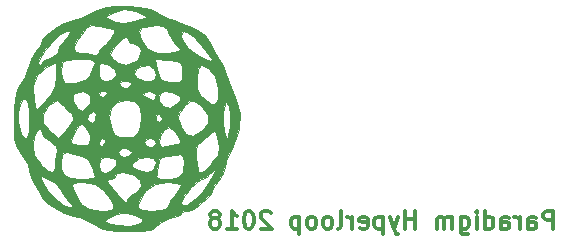
<source format=gbo>
G04 #@! TF.FileFunction,Legend,Bot*
%FSLAX46Y46*%
G04 Gerber Fmt 4.6, Leading zero omitted, Abs format (unit mm)*
G04 Created by KiCad (PCBNEW 4.0.7) date 07/22/18 16:04:11*
%MOMM*%
%LPD*%
G01*
G04 APERTURE LIST*
%ADD10C,0.100000*%
%ADD11C,0.300000*%
%ADD12C,0.010000*%
G04 APERTURE END LIST*
D10*
D11*
X166349999Y-126628571D02*
X166349999Y-125128571D01*
X165778571Y-125128571D01*
X165635713Y-125200000D01*
X165564285Y-125271429D01*
X165492856Y-125414286D01*
X165492856Y-125628571D01*
X165564285Y-125771429D01*
X165635713Y-125842857D01*
X165778571Y-125914286D01*
X166349999Y-125914286D01*
X164207142Y-126628571D02*
X164207142Y-125842857D01*
X164278571Y-125700000D01*
X164421428Y-125628571D01*
X164707142Y-125628571D01*
X164849999Y-125700000D01*
X164207142Y-126557143D02*
X164349999Y-126628571D01*
X164707142Y-126628571D01*
X164849999Y-126557143D01*
X164921428Y-126414286D01*
X164921428Y-126271429D01*
X164849999Y-126128571D01*
X164707142Y-126057143D01*
X164349999Y-126057143D01*
X164207142Y-125985714D01*
X163492856Y-126628571D02*
X163492856Y-125628571D01*
X163492856Y-125914286D02*
X163421428Y-125771429D01*
X163349999Y-125700000D01*
X163207142Y-125628571D01*
X163064285Y-125628571D01*
X161921428Y-126628571D02*
X161921428Y-125842857D01*
X161992857Y-125700000D01*
X162135714Y-125628571D01*
X162421428Y-125628571D01*
X162564285Y-125700000D01*
X161921428Y-126557143D02*
X162064285Y-126628571D01*
X162421428Y-126628571D01*
X162564285Y-126557143D01*
X162635714Y-126414286D01*
X162635714Y-126271429D01*
X162564285Y-126128571D01*
X162421428Y-126057143D01*
X162064285Y-126057143D01*
X161921428Y-125985714D01*
X160564285Y-126628571D02*
X160564285Y-125128571D01*
X160564285Y-126557143D02*
X160707142Y-126628571D01*
X160992856Y-126628571D01*
X161135714Y-126557143D01*
X161207142Y-126485714D01*
X161278571Y-126342857D01*
X161278571Y-125914286D01*
X161207142Y-125771429D01*
X161135714Y-125700000D01*
X160992856Y-125628571D01*
X160707142Y-125628571D01*
X160564285Y-125700000D01*
X159849999Y-126628571D02*
X159849999Y-125628571D01*
X159849999Y-125128571D02*
X159921428Y-125200000D01*
X159849999Y-125271429D01*
X159778571Y-125200000D01*
X159849999Y-125128571D01*
X159849999Y-125271429D01*
X158492856Y-125628571D02*
X158492856Y-126842857D01*
X158564285Y-126985714D01*
X158635713Y-127057143D01*
X158778570Y-127128571D01*
X158992856Y-127128571D01*
X159135713Y-127057143D01*
X158492856Y-126557143D02*
X158635713Y-126628571D01*
X158921427Y-126628571D01*
X159064285Y-126557143D01*
X159135713Y-126485714D01*
X159207142Y-126342857D01*
X159207142Y-125914286D01*
X159135713Y-125771429D01*
X159064285Y-125700000D01*
X158921427Y-125628571D01*
X158635713Y-125628571D01*
X158492856Y-125700000D01*
X157778570Y-126628571D02*
X157778570Y-125628571D01*
X157778570Y-125771429D02*
X157707142Y-125700000D01*
X157564284Y-125628571D01*
X157349999Y-125628571D01*
X157207142Y-125700000D01*
X157135713Y-125842857D01*
X157135713Y-126628571D01*
X157135713Y-125842857D02*
X157064284Y-125700000D01*
X156921427Y-125628571D01*
X156707142Y-125628571D01*
X156564284Y-125700000D01*
X156492856Y-125842857D01*
X156492856Y-126628571D01*
X154635713Y-126628571D02*
X154635713Y-125128571D01*
X154635713Y-125842857D02*
X153778570Y-125842857D01*
X153778570Y-126628571D02*
X153778570Y-125128571D01*
X153207141Y-125628571D02*
X152849998Y-126628571D01*
X152492856Y-125628571D02*
X152849998Y-126628571D01*
X152992856Y-126985714D01*
X153064284Y-127057143D01*
X153207141Y-127128571D01*
X151921427Y-125628571D02*
X151921427Y-127128571D01*
X151921427Y-125700000D02*
X151778570Y-125628571D01*
X151492856Y-125628571D01*
X151349999Y-125700000D01*
X151278570Y-125771429D01*
X151207141Y-125914286D01*
X151207141Y-126342857D01*
X151278570Y-126485714D01*
X151349999Y-126557143D01*
X151492856Y-126628571D01*
X151778570Y-126628571D01*
X151921427Y-126557143D01*
X149992856Y-126557143D02*
X150135713Y-126628571D01*
X150421427Y-126628571D01*
X150564284Y-126557143D01*
X150635713Y-126414286D01*
X150635713Y-125842857D01*
X150564284Y-125700000D01*
X150421427Y-125628571D01*
X150135713Y-125628571D01*
X149992856Y-125700000D01*
X149921427Y-125842857D01*
X149921427Y-125985714D01*
X150635713Y-126128571D01*
X149278570Y-126628571D02*
X149278570Y-125628571D01*
X149278570Y-125914286D02*
X149207142Y-125771429D01*
X149135713Y-125700000D01*
X148992856Y-125628571D01*
X148849999Y-125628571D01*
X148135713Y-126628571D02*
X148278571Y-126557143D01*
X148349999Y-126414286D01*
X148349999Y-125128571D01*
X147349999Y-126628571D02*
X147492857Y-126557143D01*
X147564285Y-126485714D01*
X147635714Y-126342857D01*
X147635714Y-125914286D01*
X147564285Y-125771429D01*
X147492857Y-125700000D01*
X147349999Y-125628571D01*
X147135714Y-125628571D01*
X146992857Y-125700000D01*
X146921428Y-125771429D01*
X146849999Y-125914286D01*
X146849999Y-126342857D01*
X146921428Y-126485714D01*
X146992857Y-126557143D01*
X147135714Y-126628571D01*
X147349999Y-126628571D01*
X145992856Y-126628571D02*
X146135714Y-126557143D01*
X146207142Y-126485714D01*
X146278571Y-126342857D01*
X146278571Y-125914286D01*
X146207142Y-125771429D01*
X146135714Y-125700000D01*
X145992856Y-125628571D01*
X145778571Y-125628571D01*
X145635714Y-125700000D01*
X145564285Y-125771429D01*
X145492856Y-125914286D01*
X145492856Y-126342857D01*
X145564285Y-126485714D01*
X145635714Y-126557143D01*
X145778571Y-126628571D01*
X145992856Y-126628571D01*
X144849999Y-125628571D02*
X144849999Y-127128571D01*
X144849999Y-125700000D02*
X144707142Y-125628571D01*
X144421428Y-125628571D01*
X144278571Y-125700000D01*
X144207142Y-125771429D01*
X144135713Y-125914286D01*
X144135713Y-126342857D01*
X144207142Y-126485714D01*
X144278571Y-126557143D01*
X144421428Y-126628571D01*
X144707142Y-126628571D01*
X144849999Y-126557143D01*
X142421428Y-125271429D02*
X142349999Y-125200000D01*
X142207142Y-125128571D01*
X141849999Y-125128571D01*
X141707142Y-125200000D01*
X141635713Y-125271429D01*
X141564285Y-125414286D01*
X141564285Y-125557143D01*
X141635713Y-125771429D01*
X142492856Y-126628571D01*
X141564285Y-126628571D01*
X140635714Y-125128571D02*
X140492857Y-125128571D01*
X140350000Y-125200000D01*
X140278571Y-125271429D01*
X140207142Y-125414286D01*
X140135714Y-125700000D01*
X140135714Y-126057143D01*
X140207142Y-126342857D01*
X140278571Y-126485714D01*
X140350000Y-126557143D01*
X140492857Y-126628571D01*
X140635714Y-126628571D01*
X140778571Y-126557143D01*
X140850000Y-126485714D01*
X140921428Y-126342857D01*
X140992857Y-126057143D01*
X140992857Y-125700000D01*
X140921428Y-125414286D01*
X140850000Y-125271429D01*
X140778571Y-125200000D01*
X140635714Y-125128571D01*
X138707143Y-126628571D02*
X139564286Y-126628571D01*
X139135714Y-126628571D02*
X139135714Y-125128571D01*
X139278571Y-125342857D01*
X139421429Y-125485714D01*
X139564286Y-125557143D01*
X137850000Y-125771429D02*
X137992858Y-125700000D01*
X138064286Y-125628571D01*
X138135715Y-125485714D01*
X138135715Y-125414286D01*
X138064286Y-125271429D01*
X137992858Y-125200000D01*
X137850000Y-125128571D01*
X137564286Y-125128571D01*
X137421429Y-125200000D01*
X137350000Y-125271429D01*
X137278572Y-125414286D01*
X137278572Y-125485714D01*
X137350000Y-125628571D01*
X137421429Y-125700000D01*
X137564286Y-125771429D01*
X137850000Y-125771429D01*
X137992858Y-125842857D01*
X138064286Y-125914286D01*
X138135715Y-126057143D01*
X138135715Y-126342857D01*
X138064286Y-126485714D01*
X137992858Y-126557143D01*
X137850000Y-126628571D01*
X137564286Y-126628571D01*
X137421429Y-126557143D01*
X137350000Y-126485714D01*
X137278572Y-126342857D01*
X137278572Y-126057143D01*
X137350000Y-125914286D01*
X137421429Y-125842857D01*
X137564286Y-125771429D01*
D12*
G36*
X131470870Y-126819766D02*
X132163557Y-126737824D01*
X132551578Y-126574270D01*
X132709360Y-126388549D01*
X133130496Y-126033729D01*
X133817193Y-125775996D01*
X133891742Y-125760733D01*
X134505795Y-125585781D01*
X134812363Y-125381361D01*
X134820263Y-125348928D01*
X135047843Y-125165804D01*
X135444488Y-125111316D01*
X135936615Y-124935051D01*
X136553255Y-124506468D01*
X137119394Y-123975882D01*
X137460020Y-123493609D01*
X137493947Y-123351066D01*
X137643195Y-123050256D01*
X138004796Y-122541117D01*
X138028684Y-122510588D01*
X138407079Y-121895734D01*
X138563421Y-121377414D01*
X138679547Y-120893734D01*
X138977454Y-120142063D01*
X139230723Y-119608734D01*
X139768563Y-118182264D01*
X139833706Y-116853522D01*
X139426227Y-115470375D01*
X139232961Y-115063471D01*
X138858227Y-114250277D01*
X138615618Y-113580750D01*
X138564540Y-113316320D01*
X138407084Y-112802016D01*
X138065463Y-112246846D01*
X137630290Y-111569367D01*
X137381230Y-111014578D01*
X136885157Y-110273161D01*
X135926245Y-109620222D01*
X134574767Y-109102566D01*
X134464317Y-109071799D01*
X133622650Y-108785765D01*
X132960703Y-108461236D01*
X132770763Y-108318357D01*
X132209091Y-108051272D01*
X131175848Y-107871556D01*
X130453024Y-107815823D01*
X129328631Y-107789856D01*
X128504294Y-107880925D01*
X127750849Y-108129463D01*
X127200263Y-108389715D01*
X126523245Y-108702656D01*
X128374114Y-108702656D01*
X128990346Y-108360671D01*
X130013845Y-108039393D01*
X131044038Y-108239547D01*
X131336217Y-108384183D01*
X131996381Y-108749680D01*
X130890446Y-109047478D01*
X129969201Y-109209966D01*
X129258284Y-109097568D01*
X129079312Y-109023966D01*
X128374114Y-108702656D01*
X126523245Y-108702656D01*
X126387028Y-108765620D01*
X125723939Y-109011608D01*
X125457591Y-109066766D01*
X124957333Y-109218738D01*
X124298585Y-109590148D01*
X123651153Y-110060827D01*
X123184844Y-110510604D01*
X123056052Y-110766329D01*
X122887014Y-111205040D01*
X122566719Y-111632564D01*
X122166952Y-112270673D01*
X122043484Y-112631212D01*
X122706448Y-112631212D01*
X122901562Y-112161256D01*
X123327157Y-111512769D01*
X123920506Y-110796022D01*
X124000172Y-110710482D01*
X124598142Y-110175460D01*
X125110228Y-109883055D01*
X125419866Y-109888615D01*
X125462368Y-110016180D01*
X125299388Y-110295002D01*
X124927631Y-110735016D01*
X124538065Y-111262611D01*
X124525570Y-111296345D01*
X125771968Y-111296345D01*
X126049210Y-110659004D01*
X126331315Y-110214748D01*
X126768490Y-109645332D01*
X127189076Y-109431812D01*
X127838872Y-109468096D01*
X128002368Y-109493485D01*
X128685077Y-109611650D01*
X129088573Y-109697989D01*
X129128079Y-109713010D01*
X129149795Y-109980569D01*
X131257436Y-109980569D01*
X131491365Y-109597743D01*
X131707587Y-109521482D01*
X132682582Y-109379903D01*
X133281298Y-109448064D01*
X133631578Y-109757360D01*
X133758445Y-110025136D01*
X133908372Y-110308551D01*
X134820263Y-110308551D01*
X134955724Y-109918618D01*
X135339523Y-109967773D01*
X135937782Y-110440905D01*
X136501539Y-111058554D01*
X137133396Y-111837816D01*
X137421584Y-112276598D01*
X137382187Y-112430049D01*
X137031288Y-112353316D01*
X136860991Y-112291115D01*
X136136856Y-111890603D01*
X135454405Y-111315978D01*
X134966945Y-110716181D01*
X134820263Y-110308551D01*
X133908372Y-110308551D01*
X134130070Y-110727638D01*
X134470659Y-111161451D01*
X134704464Y-111440478D01*
X134617469Y-111596362D01*
X134123527Y-111697289D01*
X133734358Y-111744215D01*
X132899313Y-111779976D01*
X132351234Y-111609454D01*
X131984475Y-111304004D01*
X131426083Y-110576863D01*
X131257436Y-109980569D01*
X129149795Y-109980569D01*
X129153929Y-110031494D01*
X128935384Y-110516107D01*
X128594968Y-110943984D01*
X128374553Y-111083636D01*
X127956339Y-111397129D01*
X127868684Y-111655833D01*
X127702274Y-111941677D01*
X127445764Y-111905184D01*
X126841701Y-111774604D01*
X126376290Y-111742895D01*
X125880477Y-111640052D01*
X125771968Y-111296345D01*
X124525570Y-111296345D01*
X124392894Y-111654532D01*
X124166393Y-111969259D01*
X128848483Y-111969259D01*
X128866713Y-111656498D01*
X129198756Y-111196832D01*
X129397901Y-110966248D01*
X129891419Y-110466323D01*
X130154304Y-110383739D01*
X130227762Y-110528413D01*
X130528338Y-110877635D01*
X130798157Y-110940789D01*
X131267798Y-111137117D01*
X131433943Y-111597863D01*
X131271126Y-112130668D01*
X131159207Y-112244453D01*
X132631540Y-112244453D01*
X133792744Y-112327884D01*
X134515106Y-112405128D01*
X134851141Y-112584655D01*
X134948557Y-112996116D01*
X134953947Y-113347105D01*
X134918711Y-113968762D01*
X134892837Y-113997320D01*
X136157105Y-113997320D01*
X136244492Y-113158288D01*
X136515903Y-112811664D01*
X136985213Y-112942914D01*
X137092894Y-113016989D01*
X137678331Y-113740400D01*
X137976188Y-114712577D01*
X137921948Y-115696292D01*
X137867046Y-115863539D01*
X137702923Y-116105701D01*
X137407157Y-116045039D01*
X136931256Y-115733516D01*
X136426508Y-115281894D01*
X136203115Y-114740621D01*
X136157105Y-113997320D01*
X134892837Y-113997320D01*
X134704497Y-114205191D01*
X134148545Y-114203087D01*
X134018157Y-114190530D01*
X133370998Y-114126883D01*
X133068872Y-114003083D01*
X132931442Y-113659327D01*
X132821345Y-113129990D01*
X132631540Y-112244453D01*
X131159207Y-112244453D01*
X130993107Y-112413320D01*
X130179398Y-112779100D01*
X129478080Y-112632763D01*
X129105129Y-112314414D01*
X128848483Y-111969259D01*
X124166393Y-111969259D01*
X124165184Y-111970938D01*
X123724473Y-112167838D01*
X123223956Y-112374271D01*
X123056052Y-112573985D01*
X122853965Y-112807715D01*
X122804539Y-112812368D01*
X122706448Y-112631212D01*
X122043484Y-112631212D01*
X121897374Y-113057864D01*
X121642750Y-113777326D01*
X121273971Y-114281626D01*
X121256916Y-114294613D01*
X121072501Y-114534528D01*
X122313159Y-114534528D01*
X122669991Y-113590308D01*
X123405827Y-112977998D01*
X123966714Y-112700033D01*
X124250633Y-112556627D01*
X124259210Y-112551610D01*
X124259210Y-113302324D01*
X124664613Y-113302324D01*
X124721727Y-112715753D01*
X124838508Y-112455877D01*
X125189487Y-112352325D01*
X125883765Y-112288028D01*
X126337640Y-112277631D01*
X127115813Y-112300912D01*
X127469751Y-112401050D01*
X127509031Y-112623487D01*
X127465903Y-112745526D01*
X127244886Y-113347105D01*
X127868684Y-113347105D01*
X127890889Y-112763425D01*
X128059677Y-112581625D01*
X128528302Y-112707855D01*
X128765874Y-112797693D01*
X129243943Y-113174880D01*
X129290848Y-113528050D01*
X130867108Y-113528050D01*
X131051505Y-113114818D01*
X131400508Y-112890760D01*
X132093343Y-112777758D01*
X132551616Y-113108758D01*
X132681315Y-113664152D01*
X132582801Y-114017852D01*
X132190265Y-114121065D01*
X131814558Y-114099308D01*
X131134730Y-113894949D01*
X130867108Y-113528050D01*
X129290848Y-113528050D01*
X129307047Y-113650012D01*
X128991521Y-114034196D01*
X128505921Y-114149210D01*
X128048869Y-114056140D01*
X127882366Y-113671318D01*
X127868684Y-113347105D01*
X127244886Y-113347105D01*
X127226859Y-113396171D01*
X127146917Y-113650067D01*
X126827900Y-113953576D01*
X126203145Y-114202318D01*
X125852110Y-114268623D01*
X129578866Y-114268623D01*
X129808632Y-114160379D01*
X130153139Y-114149210D01*
X130607254Y-114207534D01*
X130658984Y-114347971D01*
X130656882Y-114349737D01*
X130290714Y-114717685D01*
X130254509Y-114763445D01*
X129985556Y-114766292D01*
X129750766Y-114562919D01*
X129578866Y-114268623D01*
X125852110Y-114268623D01*
X125501604Y-114334828D01*
X124952236Y-114289639D01*
X124885867Y-114257083D01*
X124721706Y-113906605D01*
X124664613Y-113302324D01*
X124259210Y-113302324D01*
X124259210Y-113701998D01*
X124171214Y-114574616D01*
X123825550Y-115246562D01*
X123748944Y-115331577D01*
X125642533Y-115331577D01*
X125811598Y-115123382D01*
X126559202Y-114983270D01*
X126991757Y-115218684D01*
X127868684Y-115218684D01*
X128086311Y-114984038D01*
X128285516Y-114951316D01*
X128562257Y-115080934D01*
X128537105Y-115218684D01*
X128424837Y-115303150D01*
X131646054Y-115303150D01*
X131740999Y-115038138D01*
X132146578Y-114951316D01*
X132582065Y-115118494D01*
X132681315Y-115352368D01*
X132646232Y-115588553D01*
X132948684Y-115588553D01*
X133039455Y-115126218D01*
X133384308Y-114972332D01*
X134092055Y-115086736D01*
X134218684Y-115119834D01*
X134729787Y-115363127D01*
X134736704Y-115725816D01*
X134423913Y-116111575D01*
X133857832Y-116398539D01*
X133312105Y-116280806D01*
X132979300Y-115826648D01*
X132948684Y-115588553D01*
X132646232Y-115588553D01*
X132631087Y-115690505D01*
X132366504Y-115707964D01*
X132034762Y-115591131D01*
X131646054Y-115303150D01*
X128424837Y-115303150D01*
X128195286Y-115475854D01*
X128120273Y-115486053D01*
X127875885Y-115282119D01*
X127868684Y-115218684D01*
X126991757Y-115218684D01*
X127038048Y-115243877D01*
X127140076Y-115470862D01*
X127102557Y-115994481D01*
X126814735Y-116431426D01*
X126421884Y-116641691D01*
X126076946Y-116495429D01*
X125706521Y-115847552D01*
X125642533Y-115331577D01*
X123748944Y-115331577D01*
X123411385Y-115706184D01*
X122563559Y-116554416D01*
X122387509Y-115752866D01*
X122313159Y-114534528D01*
X121072501Y-114534528D01*
X120992273Y-114638900D01*
X120819650Y-115276082D01*
X120713729Y-116312621D01*
X120693920Y-116662095D01*
X120668874Y-117557303D01*
X121048828Y-117557303D01*
X121059479Y-116765247D01*
X121197749Y-116087153D01*
X121435265Y-115663540D01*
X121737685Y-115631155D01*
X121871359Y-115961504D01*
X121961702Y-116658946D01*
X121971326Y-116929277D01*
X123115147Y-116929277D01*
X123538011Y-116292301D01*
X123657631Y-116201109D01*
X124114721Y-115889618D01*
X124312277Y-115767445D01*
X124521333Y-115919163D01*
X124965206Y-116309811D01*
X125047540Y-116385659D01*
X125567942Y-116946428D01*
X125670365Y-117387661D01*
X126837433Y-117387661D01*
X126993139Y-117047948D01*
X127073998Y-116947639D01*
X127414535Y-116715953D01*
X127591802Y-116937930D01*
X127569095Y-117272426D01*
X128711083Y-117272426D01*
X128860911Y-116457990D01*
X129399941Y-115926741D01*
X130212247Y-115753421D01*
X130888419Y-115852283D01*
X131260469Y-116232590D01*
X131352955Y-116444150D01*
X131470075Y-117208168D01*
X132681315Y-117208168D01*
X132810933Y-116931426D01*
X132948684Y-116956579D01*
X133188405Y-117275208D01*
X134587426Y-117275208D01*
X134658630Y-116807265D01*
X135055827Y-116320100D01*
X135087631Y-116288158D01*
X135570804Y-115866394D01*
X135943619Y-115819730D01*
X136412628Y-116154500D01*
X136607767Y-116334764D01*
X137129396Y-117024825D01*
X137128142Y-117563167D01*
X138374401Y-117563167D01*
X138421101Y-116673025D01*
X138432837Y-116608019D01*
X138565481Y-115989320D01*
X138670938Y-115846896D01*
X138816718Y-116130735D01*
X138874385Y-116280916D01*
X138992618Y-116978018D01*
X138963419Y-117851044D01*
X138938416Y-118018810D01*
X138751810Y-119095526D01*
X138496868Y-118345914D01*
X138374401Y-117563167D01*
X137128142Y-117563167D01*
X137127893Y-117670019D01*
X136601771Y-118338784D01*
X136563442Y-118372526D01*
X135853536Y-118771799D01*
X135262540Y-118653836D01*
X134820713Y-118025506D01*
X134799781Y-117972182D01*
X134587426Y-117275208D01*
X133188405Y-117275208D01*
X133205853Y-117298398D01*
X133216052Y-117373411D01*
X133012119Y-117617799D01*
X132948684Y-117625000D01*
X132714038Y-117407372D01*
X132681315Y-117208168D01*
X131470075Y-117208168D01*
X131480649Y-117277140D01*
X131397713Y-117981519D01*
X131162846Y-118573346D01*
X130739424Y-118835160D01*
X130241632Y-118908222D01*
X129559551Y-118895437D01*
X129173779Y-118631577D01*
X128987098Y-118294063D01*
X128711083Y-117272426D01*
X127569095Y-117272426D01*
X127555058Y-117479187D01*
X127344579Y-117732830D01*
X127083771Y-117638337D01*
X126837433Y-117387661D01*
X125670365Y-117387661D01*
X125673030Y-117399138D01*
X125364913Y-117925583D01*
X125069292Y-118259547D01*
X124408849Y-118972178D01*
X123732450Y-118384057D01*
X123181082Y-117659260D01*
X123115147Y-116929277D01*
X121971326Y-116929277D01*
X121986578Y-117357631D01*
X121934566Y-118380433D01*
X121792044Y-118953544D01*
X121579290Y-119052267D01*
X121316576Y-118651909D01*
X121194170Y-118322803D01*
X121048828Y-117557303D01*
X120668874Y-117557303D01*
X120655347Y-118040741D01*
X120720479Y-119023852D01*
X120865195Y-119560192D01*
X122276608Y-119560192D01*
X122422465Y-118761316D01*
X122650120Y-118295048D01*
X122907536Y-118167663D01*
X123052723Y-118434223D01*
X123056052Y-118515610D01*
X123269649Y-118886695D01*
X123746501Y-119240999D01*
X123790325Y-119274358D01*
X125509956Y-119274358D01*
X125639255Y-118869003D01*
X125884601Y-118386147D01*
X126184718Y-117853680D01*
X126407544Y-117746185D01*
X126718986Y-118012399D01*
X126803128Y-118102348D01*
X127139290Y-118697602D01*
X127164631Y-119150500D01*
X127018787Y-119378674D01*
X127868684Y-119378674D01*
X128008277Y-119012857D01*
X128136052Y-118961842D01*
X128395768Y-119153740D01*
X128403421Y-119213431D01*
X128356930Y-119300053D01*
X131709659Y-119300053D01*
X131797356Y-119132819D01*
X132222419Y-118959034D01*
X132593943Y-119118831D01*
X132631243Y-119223027D01*
X132948684Y-119223027D01*
X133145789Y-118582088D01*
X133416578Y-118264368D01*
X133814159Y-118065214D01*
X134163739Y-118255474D01*
X134352368Y-118465039D01*
X134701046Y-118959040D01*
X134820263Y-119258831D01*
X134608253Y-119482344D01*
X134486052Y-119500230D01*
X133970245Y-119569223D01*
X133550263Y-119665097D01*
X133092804Y-119696586D01*
X132952196Y-119359292D01*
X132948684Y-119223027D01*
X132631243Y-119223027D01*
X132681315Y-119362895D01*
X132475383Y-119717547D01*
X132296042Y-119763947D01*
X131858412Y-119615933D01*
X131709659Y-119300053D01*
X128356930Y-119300053D01*
X128209071Y-119575538D01*
X128136052Y-119630263D01*
X127907158Y-119569651D01*
X127868684Y-119378674D01*
X127018787Y-119378674D01*
X126932216Y-119514114D01*
X126409373Y-119571387D01*
X126246104Y-119550915D01*
X125696797Y-119451909D01*
X125509956Y-119274358D01*
X123790325Y-119274358D01*
X124233774Y-119611907D01*
X124319885Y-120090798D01*
X129531981Y-120090798D01*
X129651140Y-119942193D01*
X129851852Y-119785283D01*
X130124622Y-119827985D01*
X130385281Y-119925648D01*
X130451527Y-119983702D01*
X136092785Y-119983702D01*
X136145796Y-119552941D01*
X136193957Y-119496579D01*
X136479456Y-119322444D01*
X136943524Y-118897590D01*
X136997989Y-118841594D01*
X137435682Y-118430910D01*
X137668118Y-118396020D01*
X137809365Y-118641068D01*
X137955545Y-119254582D01*
X138009892Y-119830789D01*
X137939810Y-120363907D01*
X137761315Y-120566053D01*
X137522564Y-120781937D01*
X137493947Y-120957698D01*
X137284176Y-121349756D01*
X136817147Y-121731014D01*
X136336282Y-121902893D01*
X136335288Y-121902895D01*
X136242148Y-121664009D01*
X136149592Y-121059579D01*
X136115258Y-120699737D01*
X136092785Y-119983702D01*
X130451527Y-119983702D01*
X130673348Y-120178091D01*
X130529297Y-120436619D01*
X130036571Y-120565406D01*
X129991852Y-120566053D01*
X129536638Y-120428869D01*
X129531981Y-120090798D01*
X124319885Y-120090798D01*
X124324631Y-120117192D01*
X124281237Y-120389074D01*
X124181765Y-120989799D01*
X124660263Y-120989799D01*
X124784070Y-120316962D01*
X125158457Y-120114340D01*
X125448402Y-120191068D01*
X126057233Y-120395625D01*
X126440755Y-120493285D01*
X126958854Y-120776060D01*
X127145684Y-121060482D01*
X127204355Y-121234474D01*
X127868684Y-121234474D01*
X127980237Y-120724527D01*
X128413823Y-120568363D01*
X128521325Y-120566053D01*
X129090637Y-120669158D01*
X129346448Y-120845133D01*
X129346853Y-121107887D01*
X130708746Y-121107887D01*
X130815267Y-120960441D01*
X131309874Y-120668882D01*
X131911948Y-120566053D01*
X132482832Y-120657035D01*
X132676033Y-120993782D01*
X132681315Y-121109181D01*
X132479533Y-121651947D01*
X131942064Y-121849957D01*
X131170726Y-121665917D01*
X131166532Y-121664010D01*
X130714878Y-121389823D01*
X130708746Y-121107887D01*
X129346853Y-121107887D01*
X129347098Y-121266717D01*
X129001367Y-121676020D01*
X128471849Y-121896782D01*
X128370683Y-121902895D01*
X127971839Y-121727312D01*
X127868684Y-121234474D01*
X127204355Y-121234474D01*
X127363133Y-121705338D01*
X127465903Y-121969737D01*
X127515067Y-122247571D01*
X127291955Y-122387694D01*
X126687238Y-122434811D01*
X126321684Y-122437631D01*
X125402335Y-122370809D01*
X124895336Y-122104816D01*
X124687902Y-121541369D01*
X124660263Y-120989799D01*
X124181765Y-120989799D01*
X124166845Y-121079896D01*
X124125526Y-121535263D01*
X123987963Y-121870721D01*
X123597062Y-121764366D01*
X122985505Y-121226200D01*
X122933188Y-121170364D01*
X122402848Y-120398877D01*
X122276608Y-119560192D01*
X120865195Y-119560192D01*
X120915038Y-119744915D01*
X121264746Y-120337417D01*
X121444561Y-120557658D01*
X121836661Y-121171457D01*
X121986578Y-121702005D01*
X122069173Y-122028240D01*
X122881445Y-122028240D01*
X122947117Y-122103421D01*
X123312716Y-122385773D01*
X123606204Y-122437631D01*
X123726053Y-122496074D01*
X128547799Y-122496074D01*
X128793932Y-122437631D01*
X129156602Y-122306669D01*
X129205526Y-122189868D01*
X129421211Y-121906618D01*
X129950137Y-121844047D01*
X130615111Y-122009718D01*
X130841839Y-122120015D01*
X131014392Y-122266637D01*
X132743937Y-122266637D01*
X132756578Y-121928198D01*
X132780165Y-121836053D01*
X132911273Y-121223521D01*
X132945033Y-120918022D01*
X133087328Y-120696659D01*
X133567161Y-120524668D01*
X134472796Y-120373776D01*
X134753421Y-120338745D01*
X135008158Y-120533583D01*
X135087631Y-120945238D01*
X134998134Y-121809423D01*
X134661519Y-122268078D01*
X133975600Y-122430396D01*
X133691000Y-122437631D01*
X133013456Y-122408738D01*
X132743937Y-122266637D01*
X131014392Y-122266637D01*
X131353481Y-122554766D01*
X131402919Y-123045115D01*
X131068216Y-123544703D01*
X130769238Y-123707595D01*
X130356421Y-124012635D01*
X130274673Y-124273552D01*
X130168613Y-124437570D01*
X129832123Y-124162752D01*
X129611505Y-123908158D01*
X129103688Y-123295758D01*
X128709991Y-122824535D01*
X128665501Y-122771842D01*
X128547799Y-122496074D01*
X123726053Y-122496074D01*
X124090848Y-122673961D01*
X124310371Y-122967186D01*
X125605027Y-122967186D01*
X125718208Y-122758835D01*
X126208117Y-122706495D01*
X126526306Y-122705000D01*
X127505927Y-122862943D01*
X128236839Y-123364830D01*
X128744989Y-123978176D01*
X129063493Y-124550944D01*
X129069115Y-124567988D01*
X129101174Y-124777297D01*
X131157787Y-124777297D01*
X131223502Y-124509737D01*
X131768491Y-123483716D01*
X132642078Y-122877638D01*
X133663711Y-122705000D01*
X134365021Y-122751694D01*
X134775749Y-122869341D01*
X134820263Y-122931458D01*
X134660688Y-123276435D01*
X134285526Y-123774474D01*
X133901339Y-124327711D01*
X133879391Y-124389446D01*
X134826660Y-124389446D01*
X135051888Y-123887659D01*
X135562743Y-123258647D01*
X135601801Y-123219170D01*
X136149043Y-122728787D01*
X136562813Y-122456979D01*
X136638537Y-122437631D01*
X137005319Y-122253826D01*
X137226578Y-122036579D01*
X137583564Y-121674481D01*
X137670290Y-121773007D01*
X137574131Y-122103421D01*
X137231336Y-122706094D01*
X136658007Y-123433946D01*
X136010215Y-124112442D01*
X135444030Y-124567045D01*
X135310554Y-124634805D01*
X134906427Y-124669872D01*
X134826660Y-124389446D01*
X133879391Y-124389446D01*
X133750789Y-124751173D01*
X133554506Y-124985899D01*
X132925310Y-125097029D01*
X132395930Y-125111316D01*
X131604041Y-125094132D01*
X131230169Y-125002723D01*
X131157787Y-124777297D01*
X129101174Y-124777297D01*
X129120627Y-124904296D01*
X128912198Y-125063418D01*
X128324406Y-125109770D01*
X128061824Y-125111316D01*
X127045050Y-124975797D01*
X126341681Y-124507045D01*
X125822959Y-123611763D01*
X125754964Y-123439774D01*
X125605027Y-122967186D01*
X124310371Y-122967186D01*
X124552432Y-123290514D01*
X124560800Y-123306579D01*
X124981032Y-123985363D01*
X125402702Y-124473823D01*
X125436614Y-124501234D01*
X125707704Y-124755383D01*
X125500940Y-124830766D01*
X125347668Y-124835444D01*
X124846350Y-124637097D01*
X124210753Y-124126581D01*
X123582440Y-123449826D01*
X123102975Y-122752764D01*
X122936085Y-122349464D01*
X122881445Y-122028240D01*
X122069173Y-122028240D01*
X122134541Y-122286427D01*
X122477808Y-122931095D01*
X122883807Y-123587405D01*
X123140549Y-124115751D01*
X123473988Y-124476682D01*
X124137278Y-124900948D01*
X124948485Y-125296902D01*
X125725673Y-125572902D01*
X126178524Y-125646053D01*
X126649941Y-125793107D01*
X126933924Y-125952919D01*
X128403421Y-125952919D01*
X128631561Y-125699368D01*
X129167655Y-125455294D01*
X129789211Y-125297794D01*
X130273740Y-125303965D01*
X130275000Y-125304387D01*
X130893703Y-125499869D01*
X131143947Y-125573886D01*
X131564853Y-125816257D01*
X131486781Y-126099298D01*
X130941663Y-126338806D01*
X130308029Y-126402742D01*
X129557460Y-126356371D01*
X128878042Y-126228286D01*
X128457864Y-126047084D01*
X128403421Y-125952919D01*
X126933924Y-125952919D01*
X127294310Y-126155726D01*
X127422877Y-126244113D01*
X127966550Y-126563194D01*
X128589462Y-126746556D01*
X129456974Y-126827881D01*
X130359137Y-126842174D01*
X131470870Y-126819766D01*
X131470870Y-126819766D01*
G37*
X131470870Y-126819766D02*
X132163557Y-126737824D01*
X132551578Y-126574270D01*
X132709360Y-126388549D01*
X133130496Y-126033729D01*
X133817193Y-125775996D01*
X133891742Y-125760733D01*
X134505795Y-125585781D01*
X134812363Y-125381361D01*
X134820263Y-125348928D01*
X135047843Y-125165804D01*
X135444488Y-125111316D01*
X135936615Y-124935051D01*
X136553255Y-124506468D01*
X137119394Y-123975882D01*
X137460020Y-123493609D01*
X137493947Y-123351066D01*
X137643195Y-123050256D01*
X138004796Y-122541117D01*
X138028684Y-122510588D01*
X138407079Y-121895734D01*
X138563421Y-121377414D01*
X138679547Y-120893734D01*
X138977454Y-120142063D01*
X139230723Y-119608734D01*
X139768563Y-118182264D01*
X139833706Y-116853522D01*
X139426227Y-115470375D01*
X139232961Y-115063471D01*
X138858227Y-114250277D01*
X138615618Y-113580750D01*
X138564540Y-113316320D01*
X138407084Y-112802016D01*
X138065463Y-112246846D01*
X137630290Y-111569367D01*
X137381230Y-111014578D01*
X136885157Y-110273161D01*
X135926245Y-109620222D01*
X134574767Y-109102566D01*
X134464317Y-109071799D01*
X133622650Y-108785765D01*
X132960703Y-108461236D01*
X132770763Y-108318357D01*
X132209091Y-108051272D01*
X131175848Y-107871556D01*
X130453024Y-107815823D01*
X129328631Y-107789856D01*
X128504294Y-107880925D01*
X127750849Y-108129463D01*
X127200263Y-108389715D01*
X126523245Y-108702656D01*
X128374114Y-108702656D01*
X128990346Y-108360671D01*
X130013845Y-108039393D01*
X131044038Y-108239547D01*
X131336217Y-108384183D01*
X131996381Y-108749680D01*
X130890446Y-109047478D01*
X129969201Y-109209966D01*
X129258284Y-109097568D01*
X129079312Y-109023966D01*
X128374114Y-108702656D01*
X126523245Y-108702656D01*
X126387028Y-108765620D01*
X125723939Y-109011608D01*
X125457591Y-109066766D01*
X124957333Y-109218738D01*
X124298585Y-109590148D01*
X123651153Y-110060827D01*
X123184844Y-110510604D01*
X123056052Y-110766329D01*
X122887014Y-111205040D01*
X122566719Y-111632564D01*
X122166952Y-112270673D01*
X122043484Y-112631212D01*
X122706448Y-112631212D01*
X122901562Y-112161256D01*
X123327157Y-111512769D01*
X123920506Y-110796022D01*
X124000172Y-110710482D01*
X124598142Y-110175460D01*
X125110228Y-109883055D01*
X125419866Y-109888615D01*
X125462368Y-110016180D01*
X125299388Y-110295002D01*
X124927631Y-110735016D01*
X124538065Y-111262611D01*
X124525570Y-111296345D01*
X125771968Y-111296345D01*
X126049210Y-110659004D01*
X126331315Y-110214748D01*
X126768490Y-109645332D01*
X127189076Y-109431812D01*
X127838872Y-109468096D01*
X128002368Y-109493485D01*
X128685077Y-109611650D01*
X129088573Y-109697989D01*
X129128079Y-109713010D01*
X129149795Y-109980569D01*
X131257436Y-109980569D01*
X131491365Y-109597743D01*
X131707587Y-109521482D01*
X132682582Y-109379903D01*
X133281298Y-109448064D01*
X133631578Y-109757360D01*
X133758445Y-110025136D01*
X133908372Y-110308551D01*
X134820263Y-110308551D01*
X134955724Y-109918618D01*
X135339523Y-109967773D01*
X135937782Y-110440905D01*
X136501539Y-111058554D01*
X137133396Y-111837816D01*
X137421584Y-112276598D01*
X137382187Y-112430049D01*
X137031288Y-112353316D01*
X136860991Y-112291115D01*
X136136856Y-111890603D01*
X135454405Y-111315978D01*
X134966945Y-110716181D01*
X134820263Y-110308551D01*
X133908372Y-110308551D01*
X134130070Y-110727638D01*
X134470659Y-111161451D01*
X134704464Y-111440478D01*
X134617469Y-111596362D01*
X134123527Y-111697289D01*
X133734358Y-111744215D01*
X132899313Y-111779976D01*
X132351234Y-111609454D01*
X131984475Y-111304004D01*
X131426083Y-110576863D01*
X131257436Y-109980569D01*
X129149795Y-109980569D01*
X129153929Y-110031494D01*
X128935384Y-110516107D01*
X128594968Y-110943984D01*
X128374553Y-111083636D01*
X127956339Y-111397129D01*
X127868684Y-111655833D01*
X127702274Y-111941677D01*
X127445764Y-111905184D01*
X126841701Y-111774604D01*
X126376290Y-111742895D01*
X125880477Y-111640052D01*
X125771968Y-111296345D01*
X124525570Y-111296345D01*
X124392894Y-111654532D01*
X124166393Y-111969259D01*
X128848483Y-111969259D01*
X128866713Y-111656498D01*
X129198756Y-111196832D01*
X129397901Y-110966248D01*
X129891419Y-110466323D01*
X130154304Y-110383739D01*
X130227762Y-110528413D01*
X130528338Y-110877635D01*
X130798157Y-110940789D01*
X131267798Y-111137117D01*
X131433943Y-111597863D01*
X131271126Y-112130668D01*
X131159207Y-112244453D01*
X132631540Y-112244453D01*
X133792744Y-112327884D01*
X134515106Y-112405128D01*
X134851141Y-112584655D01*
X134948557Y-112996116D01*
X134953947Y-113347105D01*
X134918711Y-113968762D01*
X134892837Y-113997320D01*
X136157105Y-113997320D01*
X136244492Y-113158288D01*
X136515903Y-112811664D01*
X136985213Y-112942914D01*
X137092894Y-113016989D01*
X137678331Y-113740400D01*
X137976188Y-114712577D01*
X137921948Y-115696292D01*
X137867046Y-115863539D01*
X137702923Y-116105701D01*
X137407157Y-116045039D01*
X136931256Y-115733516D01*
X136426508Y-115281894D01*
X136203115Y-114740621D01*
X136157105Y-113997320D01*
X134892837Y-113997320D01*
X134704497Y-114205191D01*
X134148545Y-114203087D01*
X134018157Y-114190530D01*
X133370998Y-114126883D01*
X133068872Y-114003083D01*
X132931442Y-113659327D01*
X132821345Y-113129990D01*
X132631540Y-112244453D01*
X131159207Y-112244453D01*
X130993107Y-112413320D01*
X130179398Y-112779100D01*
X129478080Y-112632763D01*
X129105129Y-112314414D01*
X128848483Y-111969259D01*
X124166393Y-111969259D01*
X124165184Y-111970938D01*
X123724473Y-112167838D01*
X123223956Y-112374271D01*
X123056052Y-112573985D01*
X122853965Y-112807715D01*
X122804539Y-112812368D01*
X122706448Y-112631212D01*
X122043484Y-112631212D01*
X121897374Y-113057864D01*
X121642750Y-113777326D01*
X121273971Y-114281626D01*
X121256916Y-114294613D01*
X121072501Y-114534528D01*
X122313159Y-114534528D01*
X122669991Y-113590308D01*
X123405827Y-112977998D01*
X123966714Y-112700033D01*
X124250633Y-112556627D01*
X124259210Y-112551610D01*
X124259210Y-113302324D01*
X124664613Y-113302324D01*
X124721727Y-112715753D01*
X124838508Y-112455877D01*
X125189487Y-112352325D01*
X125883765Y-112288028D01*
X126337640Y-112277631D01*
X127115813Y-112300912D01*
X127469751Y-112401050D01*
X127509031Y-112623487D01*
X127465903Y-112745526D01*
X127244886Y-113347105D01*
X127868684Y-113347105D01*
X127890889Y-112763425D01*
X128059677Y-112581625D01*
X128528302Y-112707855D01*
X128765874Y-112797693D01*
X129243943Y-113174880D01*
X129290848Y-113528050D01*
X130867108Y-113528050D01*
X131051505Y-113114818D01*
X131400508Y-112890760D01*
X132093343Y-112777758D01*
X132551616Y-113108758D01*
X132681315Y-113664152D01*
X132582801Y-114017852D01*
X132190265Y-114121065D01*
X131814558Y-114099308D01*
X131134730Y-113894949D01*
X130867108Y-113528050D01*
X129290848Y-113528050D01*
X129307047Y-113650012D01*
X128991521Y-114034196D01*
X128505921Y-114149210D01*
X128048869Y-114056140D01*
X127882366Y-113671318D01*
X127868684Y-113347105D01*
X127244886Y-113347105D01*
X127226859Y-113396171D01*
X127146917Y-113650067D01*
X126827900Y-113953576D01*
X126203145Y-114202318D01*
X125852110Y-114268623D01*
X129578866Y-114268623D01*
X129808632Y-114160379D01*
X130153139Y-114149210D01*
X130607254Y-114207534D01*
X130658984Y-114347971D01*
X130656882Y-114349737D01*
X130290714Y-114717685D01*
X130254509Y-114763445D01*
X129985556Y-114766292D01*
X129750766Y-114562919D01*
X129578866Y-114268623D01*
X125852110Y-114268623D01*
X125501604Y-114334828D01*
X124952236Y-114289639D01*
X124885867Y-114257083D01*
X124721706Y-113906605D01*
X124664613Y-113302324D01*
X124259210Y-113302324D01*
X124259210Y-113701998D01*
X124171214Y-114574616D01*
X123825550Y-115246562D01*
X123748944Y-115331577D01*
X125642533Y-115331577D01*
X125811598Y-115123382D01*
X126559202Y-114983270D01*
X126991757Y-115218684D01*
X127868684Y-115218684D01*
X128086311Y-114984038D01*
X128285516Y-114951316D01*
X128562257Y-115080934D01*
X128537105Y-115218684D01*
X128424837Y-115303150D01*
X131646054Y-115303150D01*
X131740999Y-115038138D01*
X132146578Y-114951316D01*
X132582065Y-115118494D01*
X132681315Y-115352368D01*
X132646232Y-115588553D01*
X132948684Y-115588553D01*
X133039455Y-115126218D01*
X133384308Y-114972332D01*
X134092055Y-115086736D01*
X134218684Y-115119834D01*
X134729787Y-115363127D01*
X134736704Y-115725816D01*
X134423913Y-116111575D01*
X133857832Y-116398539D01*
X133312105Y-116280806D01*
X132979300Y-115826648D01*
X132948684Y-115588553D01*
X132646232Y-115588553D01*
X132631087Y-115690505D01*
X132366504Y-115707964D01*
X132034762Y-115591131D01*
X131646054Y-115303150D01*
X128424837Y-115303150D01*
X128195286Y-115475854D01*
X128120273Y-115486053D01*
X127875885Y-115282119D01*
X127868684Y-115218684D01*
X126991757Y-115218684D01*
X127038048Y-115243877D01*
X127140076Y-115470862D01*
X127102557Y-115994481D01*
X126814735Y-116431426D01*
X126421884Y-116641691D01*
X126076946Y-116495429D01*
X125706521Y-115847552D01*
X125642533Y-115331577D01*
X123748944Y-115331577D01*
X123411385Y-115706184D01*
X122563559Y-116554416D01*
X122387509Y-115752866D01*
X122313159Y-114534528D01*
X121072501Y-114534528D01*
X120992273Y-114638900D01*
X120819650Y-115276082D01*
X120713729Y-116312621D01*
X120693920Y-116662095D01*
X120668874Y-117557303D01*
X121048828Y-117557303D01*
X121059479Y-116765247D01*
X121197749Y-116087153D01*
X121435265Y-115663540D01*
X121737685Y-115631155D01*
X121871359Y-115961504D01*
X121961702Y-116658946D01*
X121971326Y-116929277D01*
X123115147Y-116929277D01*
X123538011Y-116292301D01*
X123657631Y-116201109D01*
X124114721Y-115889618D01*
X124312277Y-115767445D01*
X124521333Y-115919163D01*
X124965206Y-116309811D01*
X125047540Y-116385659D01*
X125567942Y-116946428D01*
X125670365Y-117387661D01*
X126837433Y-117387661D01*
X126993139Y-117047948D01*
X127073998Y-116947639D01*
X127414535Y-116715953D01*
X127591802Y-116937930D01*
X127569095Y-117272426D01*
X128711083Y-117272426D01*
X128860911Y-116457990D01*
X129399941Y-115926741D01*
X130212247Y-115753421D01*
X130888419Y-115852283D01*
X131260469Y-116232590D01*
X131352955Y-116444150D01*
X131470075Y-117208168D01*
X132681315Y-117208168D01*
X132810933Y-116931426D01*
X132948684Y-116956579D01*
X133188405Y-117275208D01*
X134587426Y-117275208D01*
X134658630Y-116807265D01*
X135055827Y-116320100D01*
X135087631Y-116288158D01*
X135570804Y-115866394D01*
X135943619Y-115819730D01*
X136412628Y-116154500D01*
X136607767Y-116334764D01*
X137129396Y-117024825D01*
X137128142Y-117563167D01*
X138374401Y-117563167D01*
X138421101Y-116673025D01*
X138432837Y-116608019D01*
X138565481Y-115989320D01*
X138670938Y-115846896D01*
X138816718Y-116130735D01*
X138874385Y-116280916D01*
X138992618Y-116978018D01*
X138963419Y-117851044D01*
X138938416Y-118018810D01*
X138751810Y-119095526D01*
X138496868Y-118345914D01*
X138374401Y-117563167D01*
X137128142Y-117563167D01*
X137127893Y-117670019D01*
X136601771Y-118338784D01*
X136563442Y-118372526D01*
X135853536Y-118771799D01*
X135262540Y-118653836D01*
X134820713Y-118025506D01*
X134799781Y-117972182D01*
X134587426Y-117275208D01*
X133188405Y-117275208D01*
X133205853Y-117298398D01*
X133216052Y-117373411D01*
X133012119Y-117617799D01*
X132948684Y-117625000D01*
X132714038Y-117407372D01*
X132681315Y-117208168D01*
X131470075Y-117208168D01*
X131480649Y-117277140D01*
X131397713Y-117981519D01*
X131162846Y-118573346D01*
X130739424Y-118835160D01*
X130241632Y-118908222D01*
X129559551Y-118895437D01*
X129173779Y-118631577D01*
X128987098Y-118294063D01*
X128711083Y-117272426D01*
X127569095Y-117272426D01*
X127555058Y-117479187D01*
X127344579Y-117732830D01*
X127083771Y-117638337D01*
X126837433Y-117387661D01*
X125670365Y-117387661D01*
X125673030Y-117399138D01*
X125364913Y-117925583D01*
X125069292Y-118259547D01*
X124408849Y-118972178D01*
X123732450Y-118384057D01*
X123181082Y-117659260D01*
X123115147Y-116929277D01*
X121971326Y-116929277D01*
X121986578Y-117357631D01*
X121934566Y-118380433D01*
X121792044Y-118953544D01*
X121579290Y-119052267D01*
X121316576Y-118651909D01*
X121194170Y-118322803D01*
X121048828Y-117557303D01*
X120668874Y-117557303D01*
X120655347Y-118040741D01*
X120720479Y-119023852D01*
X120865195Y-119560192D01*
X122276608Y-119560192D01*
X122422465Y-118761316D01*
X122650120Y-118295048D01*
X122907536Y-118167663D01*
X123052723Y-118434223D01*
X123056052Y-118515610D01*
X123269649Y-118886695D01*
X123746501Y-119240999D01*
X123790325Y-119274358D01*
X125509956Y-119274358D01*
X125639255Y-118869003D01*
X125884601Y-118386147D01*
X126184718Y-117853680D01*
X126407544Y-117746185D01*
X126718986Y-118012399D01*
X126803128Y-118102348D01*
X127139290Y-118697602D01*
X127164631Y-119150500D01*
X127018787Y-119378674D01*
X127868684Y-119378674D01*
X128008277Y-119012857D01*
X128136052Y-118961842D01*
X128395768Y-119153740D01*
X128403421Y-119213431D01*
X128356930Y-119300053D01*
X131709659Y-119300053D01*
X131797356Y-119132819D01*
X132222419Y-118959034D01*
X132593943Y-119118831D01*
X132631243Y-119223027D01*
X132948684Y-119223027D01*
X133145789Y-118582088D01*
X133416578Y-118264368D01*
X133814159Y-118065214D01*
X134163739Y-118255474D01*
X134352368Y-118465039D01*
X134701046Y-118959040D01*
X134820263Y-119258831D01*
X134608253Y-119482344D01*
X134486052Y-119500230D01*
X133970245Y-119569223D01*
X133550263Y-119665097D01*
X133092804Y-119696586D01*
X132952196Y-119359292D01*
X132948684Y-119223027D01*
X132631243Y-119223027D01*
X132681315Y-119362895D01*
X132475383Y-119717547D01*
X132296042Y-119763947D01*
X131858412Y-119615933D01*
X131709659Y-119300053D01*
X128356930Y-119300053D01*
X128209071Y-119575538D01*
X128136052Y-119630263D01*
X127907158Y-119569651D01*
X127868684Y-119378674D01*
X127018787Y-119378674D01*
X126932216Y-119514114D01*
X126409373Y-119571387D01*
X126246104Y-119550915D01*
X125696797Y-119451909D01*
X125509956Y-119274358D01*
X123790325Y-119274358D01*
X124233774Y-119611907D01*
X124319885Y-120090798D01*
X129531981Y-120090798D01*
X129651140Y-119942193D01*
X129851852Y-119785283D01*
X130124622Y-119827985D01*
X130385281Y-119925648D01*
X130451527Y-119983702D01*
X136092785Y-119983702D01*
X136145796Y-119552941D01*
X136193957Y-119496579D01*
X136479456Y-119322444D01*
X136943524Y-118897590D01*
X136997989Y-118841594D01*
X137435682Y-118430910D01*
X137668118Y-118396020D01*
X137809365Y-118641068D01*
X137955545Y-119254582D01*
X138009892Y-119830789D01*
X137939810Y-120363907D01*
X137761315Y-120566053D01*
X137522564Y-120781937D01*
X137493947Y-120957698D01*
X137284176Y-121349756D01*
X136817147Y-121731014D01*
X136336282Y-121902893D01*
X136335288Y-121902895D01*
X136242148Y-121664009D01*
X136149592Y-121059579D01*
X136115258Y-120699737D01*
X136092785Y-119983702D01*
X130451527Y-119983702D01*
X130673348Y-120178091D01*
X130529297Y-120436619D01*
X130036571Y-120565406D01*
X129991852Y-120566053D01*
X129536638Y-120428869D01*
X129531981Y-120090798D01*
X124319885Y-120090798D01*
X124324631Y-120117192D01*
X124281237Y-120389074D01*
X124181765Y-120989799D01*
X124660263Y-120989799D01*
X124784070Y-120316962D01*
X125158457Y-120114340D01*
X125448402Y-120191068D01*
X126057233Y-120395625D01*
X126440755Y-120493285D01*
X126958854Y-120776060D01*
X127145684Y-121060482D01*
X127204355Y-121234474D01*
X127868684Y-121234474D01*
X127980237Y-120724527D01*
X128413823Y-120568363D01*
X128521325Y-120566053D01*
X129090637Y-120669158D01*
X129346448Y-120845133D01*
X129346853Y-121107887D01*
X130708746Y-121107887D01*
X130815267Y-120960441D01*
X131309874Y-120668882D01*
X131911948Y-120566053D01*
X132482832Y-120657035D01*
X132676033Y-120993782D01*
X132681315Y-121109181D01*
X132479533Y-121651947D01*
X131942064Y-121849957D01*
X131170726Y-121665917D01*
X131166532Y-121664010D01*
X130714878Y-121389823D01*
X130708746Y-121107887D01*
X129346853Y-121107887D01*
X129347098Y-121266717D01*
X129001367Y-121676020D01*
X128471849Y-121896782D01*
X128370683Y-121902895D01*
X127971839Y-121727312D01*
X127868684Y-121234474D01*
X127204355Y-121234474D01*
X127363133Y-121705338D01*
X127465903Y-121969737D01*
X127515067Y-122247571D01*
X127291955Y-122387694D01*
X126687238Y-122434811D01*
X126321684Y-122437631D01*
X125402335Y-122370809D01*
X124895336Y-122104816D01*
X124687902Y-121541369D01*
X124660263Y-120989799D01*
X124181765Y-120989799D01*
X124166845Y-121079896D01*
X124125526Y-121535263D01*
X123987963Y-121870721D01*
X123597062Y-121764366D01*
X122985505Y-121226200D01*
X122933188Y-121170364D01*
X122402848Y-120398877D01*
X122276608Y-119560192D01*
X120865195Y-119560192D01*
X120915038Y-119744915D01*
X121264746Y-120337417D01*
X121444561Y-120557658D01*
X121836661Y-121171457D01*
X121986578Y-121702005D01*
X122069173Y-122028240D01*
X122881445Y-122028240D01*
X122947117Y-122103421D01*
X123312716Y-122385773D01*
X123606204Y-122437631D01*
X123726053Y-122496074D01*
X128547799Y-122496074D01*
X128793932Y-122437631D01*
X129156602Y-122306669D01*
X129205526Y-122189868D01*
X129421211Y-121906618D01*
X129950137Y-121844047D01*
X130615111Y-122009718D01*
X130841839Y-122120015D01*
X131014392Y-122266637D01*
X132743937Y-122266637D01*
X132756578Y-121928198D01*
X132780165Y-121836053D01*
X132911273Y-121223521D01*
X132945033Y-120918022D01*
X133087328Y-120696659D01*
X133567161Y-120524668D01*
X134472796Y-120373776D01*
X134753421Y-120338745D01*
X135008158Y-120533583D01*
X135087631Y-120945238D01*
X134998134Y-121809423D01*
X134661519Y-122268078D01*
X133975600Y-122430396D01*
X133691000Y-122437631D01*
X133013456Y-122408738D01*
X132743937Y-122266637D01*
X131014392Y-122266637D01*
X131353481Y-122554766D01*
X131402919Y-123045115D01*
X131068216Y-123544703D01*
X130769238Y-123707595D01*
X130356421Y-124012635D01*
X130274673Y-124273552D01*
X130168613Y-124437570D01*
X129832123Y-124162752D01*
X129611505Y-123908158D01*
X129103688Y-123295758D01*
X128709991Y-122824535D01*
X128665501Y-122771842D01*
X128547799Y-122496074D01*
X123726053Y-122496074D01*
X124090848Y-122673961D01*
X124310371Y-122967186D01*
X125605027Y-122967186D01*
X125718208Y-122758835D01*
X126208117Y-122706495D01*
X126526306Y-122705000D01*
X127505927Y-122862943D01*
X128236839Y-123364830D01*
X128744989Y-123978176D01*
X129063493Y-124550944D01*
X129069115Y-124567988D01*
X129101174Y-124777297D01*
X131157787Y-124777297D01*
X131223502Y-124509737D01*
X131768491Y-123483716D01*
X132642078Y-122877638D01*
X133663711Y-122705000D01*
X134365021Y-122751694D01*
X134775749Y-122869341D01*
X134820263Y-122931458D01*
X134660688Y-123276435D01*
X134285526Y-123774474D01*
X133901339Y-124327711D01*
X133879391Y-124389446D01*
X134826660Y-124389446D01*
X135051888Y-123887659D01*
X135562743Y-123258647D01*
X135601801Y-123219170D01*
X136149043Y-122728787D01*
X136562813Y-122456979D01*
X136638537Y-122437631D01*
X137005319Y-122253826D01*
X137226578Y-122036579D01*
X137583564Y-121674481D01*
X137670290Y-121773007D01*
X137574131Y-122103421D01*
X137231336Y-122706094D01*
X136658007Y-123433946D01*
X136010215Y-124112442D01*
X135444030Y-124567045D01*
X135310554Y-124634805D01*
X134906427Y-124669872D01*
X134826660Y-124389446D01*
X133879391Y-124389446D01*
X133750789Y-124751173D01*
X133554506Y-124985899D01*
X132925310Y-125097029D01*
X132395930Y-125111316D01*
X131604041Y-125094132D01*
X131230169Y-125002723D01*
X131157787Y-124777297D01*
X129101174Y-124777297D01*
X129120627Y-124904296D01*
X128912198Y-125063418D01*
X128324406Y-125109770D01*
X128061824Y-125111316D01*
X127045050Y-124975797D01*
X126341681Y-124507045D01*
X125822959Y-123611763D01*
X125754964Y-123439774D01*
X125605027Y-122967186D01*
X124310371Y-122967186D01*
X124552432Y-123290514D01*
X124560800Y-123306579D01*
X124981032Y-123985363D01*
X125402702Y-124473823D01*
X125436614Y-124501234D01*
X125707704Y-124755383D01*
X125500940Y-124830766D01*
X125347668Y-124835444D01*
X124846350Y-124637097D01*
X124210753Y-124126581D01*
X123582440Y-123449826D01*
X123102975Y-122752764D01*
X122936085Y-122349464D01*
X122881445Y-122028240D01*
X122069173Y-122028240D01*
X122134541Y-122286427D01*
X122477808Y-122931095D01*
X122883807Y-123587405D01*
X123140549Y-124115751D01*
X123473988Y-124476682D01*
X124137278Y-124900948D01*
X124948485Y-125296902D01*
X125725673Y-125572902D01*
X126178524Y-125646053D01*
X126649941Y-125793107D01*
X126933924Y-125952919D01*
X128403421Y-125952919D01*
X128631561Y-125699368D01*
X129167655Y-125455294D01*
X129789211Y-125297794D01*
X130273740Y-125303965D01*
X130275000Y-125304387D01*
X130893703Y-125499869D01*
X131143947Y-125573886D01*
X131564853Y-125816257D01*
X131486781Y-126099298D01*
X130941663Y-126338806D01*
X130308029Y-126402742D01*
X129557460Y-126356371D01*
X128878042Y-126228286D01*
X128457864Y-126047084D01*
X128403421Y-125952919D01*
X126933924Y-125952919D01*
X127294310Y-126155726D01*
X127422877Y-126244113D01*
X127966550Y-126563194D01*
X128589462Y-126746556D01*
X129456974Y-126827881D01*
X130359137Y-126842174D01*
X131470870Y-126819766D01*
M02*

</source>
